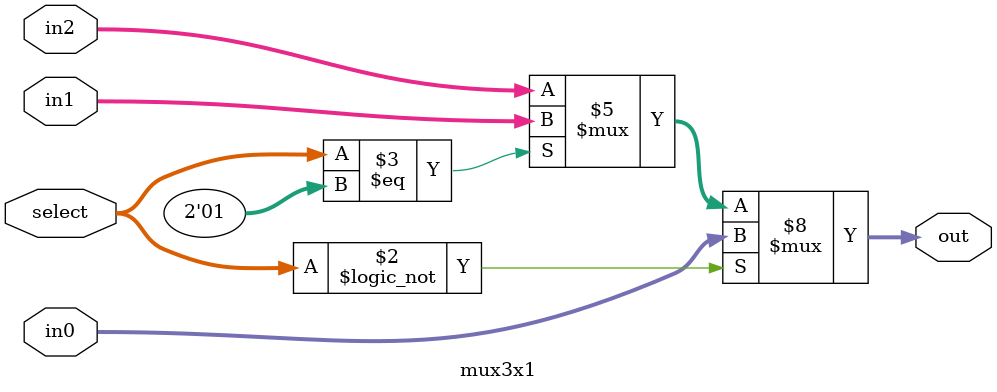
<source format=v>
`timescale 1ns / 1ps

module mux3x1(in0, in1, in2,select, out);
    input wire [1:0] select;
    input wire [31:0] in0;
    input wire [31:0] in1;
    input wire [31:0] in2;
    output reg[31:0] out;

     always @(*)
    begin
        if(select == 2'b00)
        begin
            out <= in0;
        end
        else if(select == 2'b01)
        begin
            out <= in1;
        end else
        begin
            out <= in2;
        end
    end

endmodule

</source>
